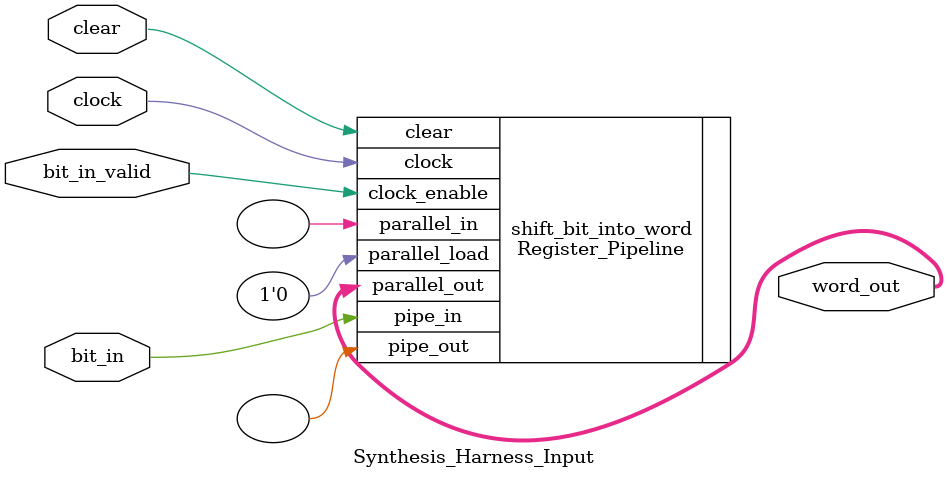
<source format=v>


// When developing a new module, it's very convenient to run it through your
// CAD tool by itself, on a smaller target FPGA, with any random automatic pin
// assignments, to iterate quickly and find synth and timing issues.
// However, you can run out of physical pins, and your logic will get
// scattered all over the FPGA as it tries to stay close to the pins, wrecking
// your timing estimates.  Also, any input or output logic which isn't
// registered won't be part of the STA (Static Timing Analysis), so that also
// makes the timing estimate less accurate when synthesized in isolation.

// A solution to both problems is to place your design in a harness of
// registers. For the inputs, we feed them all from a shift register fed by
// only a few pins (clock, reset, enable, input, etc...), which virtually
// eliminates the problem of running out of pins, while still avoiding
// optimizing away any logic by accident since no inputs are constant or
// predictable. The inputs are meaningless for simulation, but that's not what
// we need them for right now.

// You must also constrain the harness registers to *not* be placed in the
// FPGA I/O registers so they will cluster around your logic, which will now
// tend to place all together in the center of the FPGA, giving you
// a reasonnably accurate timing estimate. 

// You can make the timing estimate more conservative by logically partioning
// the netlists of the design and the harness so they do not retime into
// eachother. You can make the timing estimate *even more* conservative by
// additionally physically partitioning (a.k.a. floorplanning) the netlists:
// place your design into a floorplan rectangle (or let the CAD tool do it
// automatically) and exclude the harness, which will then cluster around the
// design floorplan and approximate either connection from adjacent
// floorplans, or logic forced apart by congestion.

// A good way to use this module is to add up the widths of all your design
// inputs and use that sum as the `WORD_WIDTH` parameter, then connect
// a concatenation of all your input wires to the `word_out` port. The
// remaining harness ports can be connected to any suitable device pins.

// The counterpart to this module is the [Synthesis Harness
// Output](./Synthesis_Harness_Output.html).

`default_nettype none

module Synthesis_Harness_Input
#(
    parameter WORD_WIDTH = 0
)
(
    input   wire                        clock,  
    input   wire                        clear,
    input   wire                        bit_in,
    input   wire                        bit_in_valid,
    output  wire    [WORD_WIDTH-1:0]    word_out
);

    localparam WORD_ZERO = {WORD_WIDTH{1'b0}};

    // Vivado: don't put in I/O buffers, and keep netlists separate in
    // synth and implementation.
    (* IOB = "false" *)
    (* DONT_TOUCH = "true" *)

    // Quartus: don't use I/O buffers, and don't merge registers with others.
    (* useioff = 0 *)
    (* preserve *)

    Register_Pipeline
    #(
        .WORD_WIDTH     (1),
        .PIPE_DEPTH     (WORD_WIDTH),
        .RESET_VALUES   (WORD_ZERO)
    )
    shift_bit_into_word
    (
        .clock          (clock),
        .clock_enable   (bit_in_valid),
        .clear          (clear),
        .parallel_load  (1'b0),
        .parallel_in    (WORD_ZERO),
        .parallel_out   (word_out),
        .pipe_in        (bit_in),
        // verilator lint_off PINCONNECTEMPTY
        .pipe_out       ()
        // verilator lint_on  PINCONNECTEMPTY
    );

endmodule


</source>
